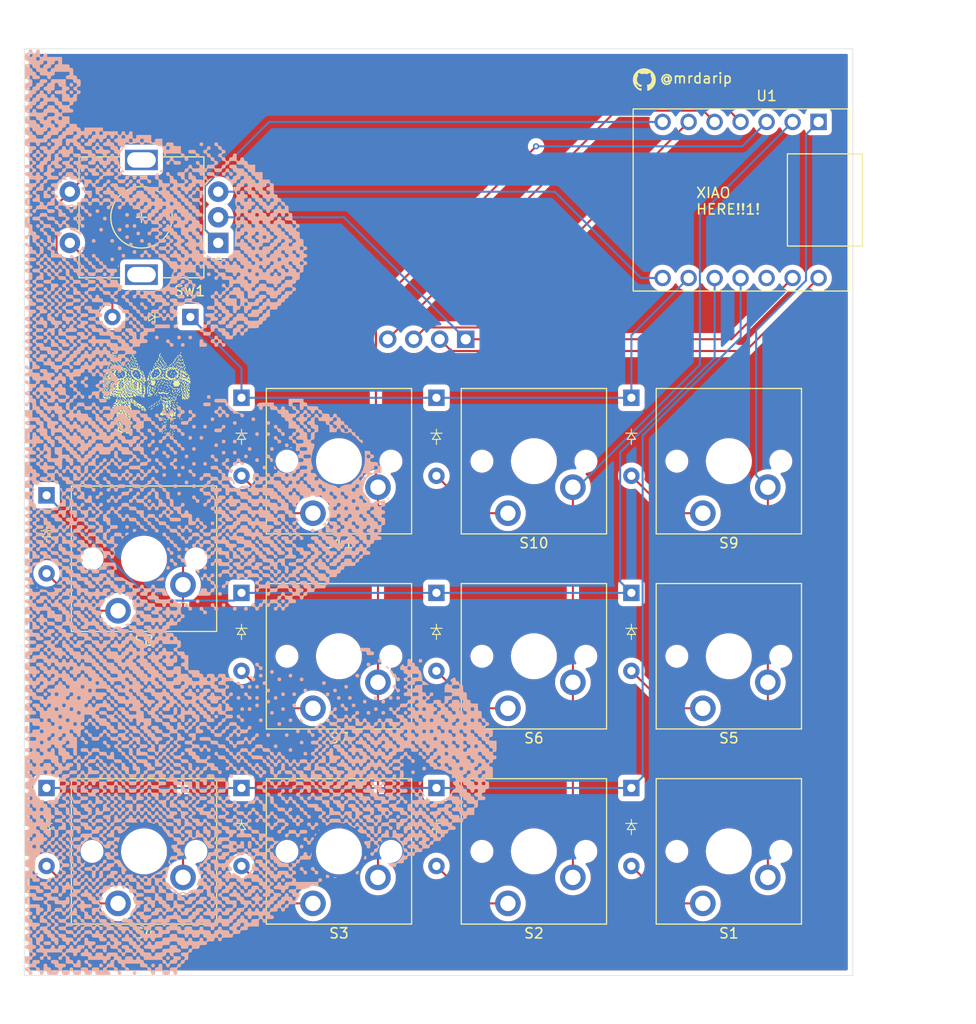
<source format=kicad_pcb>
(kicad_pcb (version 20240108) (generator "pcbnew") (generator_version "8.0")
  (layers (0 "F.Cu" signal) (31 "B.Cu" signal) (34 "B.Paste" user) (35 "F.Paste" user) (36 "B.SilkS" user "B.Silkscreen") (37 "F.SilkS" user "F.Silkscreen") (38 "B.Mask" user) (39 "F.Mask" user) (44 "Edge.Cuts" user))
  (net 0 "")
  (net 1 "Row 0")
  (net 2 "Net-(D1-A)")
  (net 3 "Net-(D2-A)")
  (net 4 "Net-(D3-A)")
  (net 5 "Row 1")
  (net 6 "Net-(D4-A)")
  (net 7 "Net-(D5-A)")
  (net 8 "Net-(D6-A)")
  (net 9 "Net-(D7-A)")
  (net 10 "Row 2")
  (net 11 "Net-(D8-A)")
  (net 12 "Net-(D9-A)")
  (net 13 "Net-(D10-A)")
  (net 14 "Net-(D11-A)")
  (net 15 "Net-(D12-A)")
  (net 16 "GND")
  (net 17 "SDA")
  (net 18 "+5V")
  (net 19 "SCL")
  (net 20 "Col 0")
  (net 21 "Col 1")
  (net 22 "Col 2")
  (net 23 "Col 3")
  (net 24 "Rot B")
  (net 25 "Rot A")
  (net 26 "+3.3V")
  (footprint "LOGO" (layer "F.Cu") (at 61.9125 54.76875)
    (property "Reference" "G***" (hide yes))
    (property "Value" "LOGO" (hide yes))
  )
  (footprint "ScottoKeebs_Components:Diode_DO-35" (layer "F.Cu") (at 109.325 74.55875 -90)
    (property "Reference" "D5" (hide yes))
    (property "Value" "Diode" (hide yes))
    (pad "1" thru_hole rect (at 0 0 270) (size 1.6 1.6) (drill 0.8) (layers "*.Cu" "*.Mask") (net 5 "Row 1"))
    (pad "2" thru_hole oval (at 7.62 0 270) (size 1.6 1.6) (drill 0.8) (layers "*.Cu" "*.Mask") (net 7 "Net-(D5-A)"))
  )
  (footprint "ScottoKeebs_Components:OLED_128x64" (layer "F.Cu") (at 89.3225 49.79375 180)
    (property "Reference" "J1" (hide yes))
    (property "Value" "OLED_128x64")
    (pad "1" thru_hole rect (at -3.81 0 270) (size 1.7 1.7) (drill 1) (layers "*.Cu" "*.Mask") (net 16 "GND"))
    (pad "2" thru_hole oval (at -1.27 0 270) (size 1.7 1.7) (drill 1) (layers "*.Cu" "*.Mask") (net 18 "+5V"))
    (pad "3" thru_hole oval (at 1.27 0 270) (size 1.7 1.7) (drill 1) (layers "*.Cu" "*.Mask") (net 19 "SCL"))
    (pad "4" thru_hole oval (at 3.81 0 270) (size 1.7 1.7) (drill 1) (layers "*.Cu" "*.Mask") (net 17 "SDA"))
  )
  (footprint "LOGO" (layer "F.Cu") (at 110.5916 24.4348)
    (property "Reference" "G***" (hide yes))
    (property "Value" "LOGO" (hide yes))
  )
  (footprint "ScottoKeebs_MX:MX_PCB_1.00u" (layer "F.Cu") (at 99.8 99.8 180)
    (property "Reference" "S2" (at 0 -8 0) (layer "F.SilkS"))
    (property "Value" "Keyswitch")
    (pad "" np_thru_hole circle (at -5.08 0 180) (size 1.75 1.75) (drill 1.75) (layers "*.Cu" "*.Mask"))
    (pad "" np_thru_hole circle (at 0 0 180) (size 4 4) (drill 4) (layers "*.Cu" "*.Mask"))
    (pad "" np_thru_hole circle (at 5.08 0 180) (size 1.75 1.75) (drill 1.75) (layers "*.Cu" "*.Mask"))
    (pad "1" thru_hole circle (at -3.81 -2.54 180) (size 2.5 2.5) (drill 1.5) (layers "*.Cu" "*.Mask") (net 21 "Col 1"))
    (pad "2" thru_hole circle (at 2.54 -5.08 180) (size 2.5 2.5) (drill 1.5) (layers "*.Cu" "*.Mask") (net 3 "Net-(D2-A)"))
  )
  (footprint "ScottoKeebs_MX:MX_PCB_1.00u" (layer "F.Cu") (at 118.85 61.7 180)
    (property "Reference" "S9" (at 0 -8 0) (layer "F.SilkS"))
    (property "Value" "Keyswitch")
    (pad "" np_thru_hole circle (at -5.08 0 180) (size 1.75 1.75) (drill 1.75) (layers "*.Cu" "*.Mask"))
    (pad "" np_thru_hole circle (at 0 0 180) (size 4 4) (drill 4) (layers "*.Cu" "*.Mask"))
    (pad "" np_thru_hole circle (at 5.08 0 180) (size 1.75 1.75) (drill 1.75) (layers "*.Cu" "*.Mask"))
    (pad "1" thru_hole circle (at -3.81 -2.54 180) (size 2.5 2.5) (drill 1.5) (layers "*.Cu" "*.Mask") (net 20 "Col 0"))
    (pad "2" thru_hole circle (at 2.54 -5.08 180) (size 2.5 2.5) (drill 1.5) (layers "*.Cu" "*.Mask") (net 12 "Net-(D9-A)"))
  )
  (footprint "ScottoKeebs_Components:Diode_DO-35" (layer "F.Cu") (at 52.175 93.60875 -90)
    (property "Reference" "D4" (hide yes))
    (property "Value" "Diode" (hide yes))
    (pad "1" thru_hole rect (at 0 0 270) (size 1.6 1.6) (drill 0.8) (layers "*.Cu" "*.Mask") (net 1 "Row 0"))
    (pad "2" thru_hole oval (at 7.62 0 270) (size 1.6 1.6) (drill 0.8) (layers "*.Cu" "*.Mask") (net 6 "Net-(D4-A)"))
  )
  (footprint "ScottoKeebs_Components:Diode_DO-35" (layer "F.Cu") (at 109.325 93.60875 -90)
    (property "Reference" "D1" (hide yes))
    (property "Value" "Diode" (hide yes))
    (pad "1" thru_hole rect (at 0 0 270) (size 1.6 1.6) (drill 0.8) (layers "*.Cu" "*.Mask") (net 1 "Row 0"))
    (pad "2" thru_hole oval (at 7.62 0 270) (size 1.6 1.6) (drill 0.8) (layers "*.Cu" "*.Mask") (net 2 "Net-(D1-A)"))
  )
  (footprint "ScottoKeebs_Components:Diode_DO-35" (layer "F.Cu") (at 71.225 74.55875 -90)
    (property "Reference" "D7" (hide yes))
    (property "Value" "Diode" (hide yes))
    (pad "1" thru_hole rect (at 0 0 270) (size 1.6 1.6) (drill 0.8) (layers "*.Cu" "*.Mask") (net 5 "Row 1"))
    (pad "2" thru_hole oval (at 7.62 0 270) (size 1.6 1.6) (drill 0.8) (layers "*.Cu" "*.Mask") (net 9 "Net-(D7-A)"))
  )
  (footprint "ScottoKeebs_MX:MX_PCB_1.00u" (layer "F.Cu") (at 80.75 99.8 180)
    (property "Reference" "S3" (at 0 -8 0) (layer "F.SilkS"))
    (property "Value" "Keyswitch")
    (pad "" np_thru_hole circle (at -5.08 0 180) (size 1.75 1.75) (drill 1.75) (layers "*.Cu" "*.Mask"))
    (pad "" np_thru_hole circle (at 0 0 180) (size 4 4) (drill 4) (layers "*.Cu" "*.Mask"))
    (pad "" np_thru_hole circle (at 5.08 0 180) (size 1.75 1.75) (drill 1.75) (layers "*.Cu" "*.Mask"))
    (pad "1" thru_hole circle (at -3.81 -2.54 180) (size 2.5 2.5) (drill 1.5) (layers "*.Cu" "*.Mask") (net 22 "Col 2"))
    (pad "2" thru_hole circle (at 2.54 -5.08 180) (size 2.5 2.5) (drill 1.5) (layers "*.Cu" "*.Mask") (net 4 "Net-(D3-A)"))
  )
  (footprint "Rotary_Encoder:RotaryEncoder_Alps_EC11E-Switch_Vertical_H20mm" (layer "F.Cu") (at 68.95 40.3875 180)
    (property "Reference" "SW1" (at 2.8 -4.7 0) (layer "F.SilkS"))
    (property "Value" "RotaryEncoder_Switch")
    (pad "A" thru_hole rect (at 0 0 180) (size 2 2) (drill 1) (layers "*.Cu" "*.Mask") (net 25 "Rot A"))
    (pad "B" thru_hole circle (at 0 5 180) (size 2 2) (drill 1) (layers "*.Cu" "*.Mask") (net 24 "Rot B"))
    (pad "C" thru_hole circle (at 0 2.5 180) (size 2 2) (drill 1) (layers "*.Cu" "*.Mask") (net 16 "GND"))
    (pad "MP" thru_hole rect (at 7.5 -3.1 180) (size 3.2 2) (drill oval 2.8 1.5) (layers "*.Cu" "*.Mask"))
    (pad "MP" thru_hole rect (at 7.5 8.1 180) (size 3.2 2) (drill oval 2.8 1.5) (layers "*.Cu" "*.Mask"))
    (pad "S1" thru_hole circle (at 14.5 5 180) (size 2 2) (drill 1) (layers "*.Cu" "*.Mask") (net 23 "Col 3"))
    (pad "S2" thru_hole circle (at 14.5 0 180) (size 2 2) (drill 1) (layers "*.Cu" "*.Mask") (net 15 "Net-(D12-A)"))
  )
  (footprint "ScottoKeebs_Components:Diode_DO-35" (layer "F.Cu") (at 90.275 93.60875 -90)
    (property "Reference" "D2" (hide yes))
    (property "Value" "Diode" (hide yes))
    (pad "1" thru_hole rect (at 0 0 270) (size 1.6 1.6) (drill 0.8) (layers "*.Cu" "*.Mask") (net 1 "Row 0"))
    (pad "2" thru_hole oval (at 7.62 0 270) (size 1.6 1.6) (drill 0.8) (layers "*.Cu" "*.Mask") (net 3 "Net-(D2-A)"))
  )
  (footprint "ScottoKeebs_Components:Diode_DO-35" (layer "F.Cu") (at 90.275 74.55875 -90)
    (property "Reference" "D6" (hide yes))
    (property "Value" "Diode" (hide yes))
    (pad "1" thru_hole rect (at 0 0 270) (size 1.6 1.6) (drill 0.8) (layers "*.Cu" "*.Mask") (net 5 "Row 1"))
    (pad "2" thru_hole oval (at 7.62 0 270) (size 1.6 1.6) (drill 0.8) (layers "*.Cu" "*.Mask") (net 8 "Net-(D6-A)"))
  )
  (footprint "ScottoKeebs_MX:MX_PCB_1.00u" (layer "F.Cu") (at 61.7 71.225 180)
    (property "Reference" "S8" (at 0 -8 0) (layer "F.SilkS"))
    (property "Value" "Keyswitch")
    (pad "" np_thru_hole circle (at -5.08 0 180) (size 1.75 1.75) (drill 1.75) (layers "*.Cu" "*.Mask"))
    (pad "" np_thru_hole circle (at 0 0 180) (size 4 4) (drill 4) (layers "*.Cu" "*.Mask"))
    (pad "" np_thru_hole circle (at 5.08 0 180) (size 1.75 1.75) (drill 1.75) (layers "*.Cu" "*.Mask"))
    (pad "1" thru_hole circle (at -3.81 -2.54 180) (size 2.5 2.5) (drill 1.5) (layers "*.Cu" "*.Mask") (net 23 "Col 3"))
    (pad "2" thru_hole circle (at 2.54 -5.08 180) (size 2.5 2.5) (drill 1.5) (layers "*.Cu" "*.Mask") (net 11 "Net-(D8-A)"))
  )
  (footprint "ScottoKeebs_MX:MX_PCB_1.00u" (layer "F.Cu") (at 99.8 80.75 180)
    (property "Reference" "S6" (at 0 -8 0) (layer "F.SilkS"))
    (property "Value" "Keyswitch")
    (pad "" np_thru_hole circle (at -5.08 0 180) (size 1.75 1.75) (drill 1.75) (layers "*.Cu" "*.Mask"))
    (pad "" np_thru_hole circle (at 0 0 180) (size 4 4) (drill 4) (layers "*.Cu" "*.Mask"))
    (pad "" np_thru_hole circle (at 5.08 0 180) (size 1.75 1.75) (drill 1.75) (layers "*.Cu" "*.Mask"))
    (pad "1" thru_hole circle (at -3.81 -2.54 180) (size 2.5 2.5) (drill 1.5) (layers "*.Cu" "*.Mask") (net 21 "Col 1"))
    (pad "2" thru_hole circle (at 2.54 -5.08 180) (size 2.5 2.5) (drill 1.5) (layers "*.Cu" "*.Mask") (net 8 "Net-(D6-A)"))
  )
  (footprint "ScottoKeebs_Components:Diode_DO-35" (layer "F.Cu") (at 66.225 47.625 180)
    (property "Reference" "D12" (hide yes))
    (property "Value" "Diode" (hide yes))
    (pad "1" thru_hole rect (at 0 0 180) (size 1.6 1.6) (drill 0.8) (layers "*.Cu" "*.Mask") (net 10 "Row 2"))
    (pad "2" thru_hole oval (at 7.62 0 180) (size 1.6 1.6) (drill 0.8) (layers "*.Cu" "*.Mask") (net 15 "Net-(D12-A)"))
  )
  (footprint "ScottoKeebs_MX:MX_PCB_1.00u" (layer "F.Cu") (at 118.85 80.75 180)
    (property "Reference" "S5" (at 0 -8 0) (layer "F.SilkS"))
    (property "Value" "Keyswitch")
    (pad "" np_thru_hole circle (at -5.08 0 180) (size 1.75 1.75) (drill 1.75) (layers "*.Cu" "*.Mask"))
    (pad "" np_thru_hole circle (at 0 0 180) (size 4 4) (drill 4) (layers "*.Cu" "*.Mask"))
    (pad "" np_thru_hole circle (at 5.08 0 180) (size 1.75 1.75) (drill 1.75) (layers "*.Cu" "*.Mask"))
    (pad "1" thru_hole circle (at -3.81 -2.54 180) (size 2.5 2.5) (drill 1.5) (layers "*.Cu" "*.Mask") (net 20 "Col 0"))
    (pad "2" thru_hole circle (at 2.54 -5.08 180) (size 2.5 2.5) (drill 1.5) (layers "*.Cu" "*.Mask") (net 7 "Net-(D5-A)"))
  )
  (footprint "ScottoKeebs_Components:Diode_DO-35" (layer "F.Cu") (at 109.325 55.50875 -90)
    (property "Reference" "D9" (hide yes))
    (property "Value" "Diode" (hide yes))
    (pad "1" thru_hole rect (at 0 0 270) (size 1.6 1.6) (drill 0.8) (layers "*.Cu" "*.Mask") (net 10 "Row 2"))
    (pad "2" thru_hole oval (at 7.62 0 270) (size 1.6 1.6) (drill 0.8) (layers "*.Cu" "*.Mask") (net 12 "Net-(D9-A)"))
  )
  (footprint "ScottoKeebs_MX:MX_PCB_1.00u" (layer "F.Cu") (at 99.8 61.7 180)
    (property "Reference" "S10" (at 0 -8 0) (layer "F.SilkS"))
    (property "Value" "Keyswitch")
    (pad "" np_thru_hole circle (at -5.08 0 180) (size 1.75 1.75) (drill 1.75) (layers "*.Cu" "*.Mask"))
    (pad "" np_thru_hole circle (at 0 0 180) (size 4 4) (drill 4) (layers "*.Cu" "*.Mask"))
    (pad "" np_thru_hole circle (at 5.08 0 180) (size 1.75 1.75) (drill 1.75) (layers "*.Cu" "*.Mask"))
    (pad "1" thru_hole circle (at -3.81 -2.54 180) (size 2.5 2.5) (drill 1.5) (layers "*.Cu" "*.Mask") (net 21 "Col 1"))
    (pad "2" thru_hole circle (at 2.54 -5.08 180) (size 2.5 2.5) (drill 1.5) (layers "*.Cu" "*.Mask") (net 13 "Net-(D10-A)"))
  )
  (footprint "ScottoKeebs_MX:MX_PCB_1.00u" (layer "F.Cu") (at 61.7 99.8 180)
    (property "Reference" "S4" (at 0 -8 0) (layer "F.SilkS"))
    (property "Value" "Keyswitch")
    (pad "" np_thru_hole circle (at -5.08 0 180) (size 1.75 1.75) (drill 1.75) (layers "*.Cu" "*.Mask"))
    (pad "" np_thru_hole circle (at 0 0 180) (size 4 4) (drill 4) (layers "*.Cu" "*.Mask"))
    (pad "" np_thru_hole circle (at 5.08 0 180) (size 1.75 1.75) (drill 1.75) (layers "*.Cu" "*.Mask"))
    (pad "1" thru_hole circle (at -3.81 -2.54 180) (size 2.5 2.5) (drill 1.5) (layers "*.Cu" "*.Mask") (net 23 "Col 3"))
    (pad "2" thru_hole circle (at 2.54 -5.08 180) (size 2.5 2.5) (drill 1.5) (layers "*.Cu" "*.Mask") (net 6 "Net-(D4-A)"))
  )
  (footprint "ScottoKeebs_Components:Diode_DO-35" (layer "F.Cu") (at 71.225 93.60875 -90)
    (property "Reference" "D3" (hide yes))
    (property "Value" "Diode" (hide yes))
    (pad "1" thru_hole rect (at 0 0 270) (size 1.6 1.6) (drill 0.8) (layers "*.Cu" "*.Mask") (net 1 "Row 0"))
    (pad "2" thru_hole oval (at 7.62 0 270) (size 1.6 1.6) (drill 0.8) (layers "*.Cu" "*.Mask") (net 4 "Net-(D3-A)"))
  )
  (footprint "XIAO_PCB:MOUDLE14P-2.54-21X17.8MM" (layer "F.Cu") (at 120 36.195)
    (property "Reference" "U1" (at 2.54 -10.16 0) (layer "F.SilkS"))
    (property "Value" "MOUDLE-SEEEDUINO-XIAO" (hide yes))
    (pad "1" thru_hole rect (at 7.62 -7.62) (size 1.6 1.6) (drill 1) (layers "*.Cu" "*.Mask") (net 20 "Col 0"))
    (pad "2" thru_hole circle (at 5.08 -7.62) (size 1.6 1.6) (drill 1) (layers "*.Cu" "*.Mask") (net 21 "Col 1"))
    (pad "3" thru_hole circle (at 2.54 -7.62) (size 1.6 1.6) (drill 1) (layers "*.Cu" "*.Mask") (net 22 "Col 2"))
    (pad "4" thru_hole circle (at 0 -7.62) (size 1.6 1.6) (drill 1) (layers "*.Cu" "*.Mask") (net 23 "Col 3"))
    (pad "5" thru_hole circle (at -2.54 -7.62) (size 1.6 1.6) (drill 1) (layers "*.Cu" "*.Mask") (net 17 "SDA"))
    (pad "6" thru_hole circle (at -5.08 -7.62) (size 1.6 1.6) (drill 1) (layers "*.Cu" "*.Mask") (net 19 "SCL"))
    (pad "7" thru_hole circle (at -7.62 -7.62) (size 1.6 1.6) (drill 1) (layers "*.Cu" "*.Mask") (net 25 "Rot A"))
    (pad "8" thru_hole circle (at -7.62 7.62) (size 1.6 1.6) (drill 1) (layers "*.Cu" "*.Mask") (net 24 "Rot B"))
    (pad "9" thru_hole circle (at -5.08 7.62) (size 1.6 1.6) (drill 1) (layers "*.Cu" "*.Mask") (net 10 "Row 2"))
    (pad "10" thru_hole circle (at -2.54 7.62) (size 1.6 1.6) (drill 1) (layers "*.Cu" "*.Mask") (net 5 "Row 1"))
    (pad "11" thru_hole circle (at 0 7.62) (size 1.6 1.6) (drill 1) (layers "*.Cu" "*.Mask") (net 1 "Row 0"))
    (pad "12" thru_hole circle (at 2.54 7.62) (size 1.6 1.6) (drill 1) (layers "*.Cu" "*.Mask") (net 26 "+3.3V"))
    (pad "13" thru_hole circle (at 5.08 7.62) (size 1.6 1.6) (drill 1) (layers "*.Cu" "*.Mask") (net 16 "GND"))
    (pad "14" thru_hole circle (at 7.62 7.62) (size 1.6 1.6) (drill 1) (layers "*.Cu" "*.Mask") (net 18 "+5V"))
  )
  (footprint "ScottoKeebs_Components:Diode_DO-35" (layer "F.Cu") (at 71.225 55.50875 -90)
    (property "Reference" "D11" (hide yes))
    (property "Value" "Diode" (hide yes))
    (pad "1" thru_hole rect (at 0 0 270) (size 1.6 1.6) (drill 0.8) (layers "*.Cu" "*.Mask") (net 10 "Row 2"))
    (pad "2" thru_hole oval (at 7.62 0 270) (size 1.6 1.6) (drill 0.8) (layers "*.Cu" "*.Mask") (net 14 "Net-(D11-A)"))
  )
  (footprint "ScottoKeebs_MX:MX_PCB_1.00u" (layer "F.Cu") (at 80.75 80.75 180)
    (property "Reference" "S7" (at 0 -8 0) (layer "F.SilkS"))
    (property "Value" "Keyswitch")
    (pad "" np_thru_hole circle (at -5.08 0 180) (size 1.75 1.75) (drill 1.75) (layers "*.Cu" "*.Mask"))
    (pad "" np_thru_hole circle (at 0 0 180) (size 4 4) (drill 4) (layers "*.Cu" "*.Mask"))
    (pad "" np_thru_hole circle (at 5.08 0 180) (size 1.75 1.75) (drill 1.75) (layers "*.Cu" "*.Mask"))
    (pad "1" thru_hole circle (at -3.81 -2.54 180) (size 2.5 2.5) (drill 1.5) (layers "*.Cu" "*.Mask") (net 22 "Col 2"))
    (pad "2" thru_hole circle (at 2.54 -5.08 180) (size 2.5 2.5) (drill 1.5) (layers "*.Cu" "*.Mask") (net 9 "Net-(D7-A)"))
  )
  (footprint "ScottoKeebs_MX:MX_PCB_1.00u" (layer "F.Cu") (at 118.85 99.8 180)
    (property "Reference" "S1" (at 0 -8 0) (layer "F.SilkS"))
    (property "Value" "Keyswitch")
    (pad "" np_thru_hole circle (at -5.08 0 180) (size 1.75 1.75) (drill 1.75) (layers "*.Cu" "*.Mask"))
    (pad "" np_thru_hole circle (at 0 0 180) (size 4 4) (drill 4) (layers "*.Cu" "*.Mask"))
    (pad "" np_thru_hole circle (at 5.08 0 180) (size 1.75 1.75) (drill 1.75) (layers "*.Cu" "*.Mask"))
    (pad "1" thru_hole circle (at -3.81 -2.54 180) (size 2.5 2.5) (drill 1.5) (layers "*.Cu" "*.Mask") (net 20 "Col 0"))
    (pad "2" thru_hole circle (at 2.54 -5.08 180) (size 2.5 2.5) (drill 1.5) (layers "*.Cu" "*.Mask") (net 2 "Net-(D1-A)"))
  )
  (footprint "ScottoKeebs_MX:MX_PCB_1.00u" (layer "F.Cu") (at 80.75 61.7 180)
    (property "Reference" "S11" (at 0 -8 0) (layer "F.SilkS"))
    (property "Value" "Keyswitch")
    (pad "" np_thru_hole circle (at -5.08 0 180) (size 1.75 1.75) (drill 1.75) (layers "*.Cu" "*.Mask"))
    (pad "" np_thru_hole circle (at 0 0 180) (size 4 4) (drill 4) (layers "*.Cu" "*.Mask"))
    (pad "" np_thru_hole circle (at 5.08 0 180) (size 1.75 1.75) (drill 1.75) (layers "*.Cu" "*.Mask"))
    (pad "1" thru_hole circle (at -3.81 -2.54 180) (size 2.5 2.5) (drill 1.5) (layers "*.Cu" "*.Mask") (net 22 "Col 2"))
    (pad "2" thru_hole circle (at 2.54 -5.08 180) (size 2.5 2.5) (drill 1.5) (layers "*.Cu" "*.Mask") (net 14 "Net-(D11-A)"))
  )
  (footprint "ScottoKeebs_Components:Diode_DO-35" (layer "F.Cu") (at 52.175 65.03375 -90)
    (property "Reference" "D8" (hide yes))
    (property "Value" "Diode" (hide yes))
    (pad "1" thru_hole rect (at 0 0 270) (size 1.6 1.6) (drill 0.8) (layers "*.Cu" "*.Mask") (net 5 "Row 1"))
    (pad "2" thru_hole oval (at 7.62 0 270) (size 1.6 1.6) (drill 0.8) (layers "*.Cu" "*.Mask") (net 11 "Net-(D8-A)"))
  )
  (footprint "ScottoKeebs_Components:Diode_DO-35" (layer "F.Cu") (at 90.275 55.50875 -90)
    (property "Reference" "D10" (hide yes))
    (property "Value" "Diode" (hide yes))
    (pad "1" thru_hole rect (at 0 0 270) (size 1.6 1.6) (drill 0.8) (layers "*.Cu" "*.Mask") (net 10 "Row 2"))
    (pad "2" thru_hole oval (at 7.62 0 270) (size 1.6 1.6) (drill 0.8) (layers "*.Cu" "*.Mask") (net 13 "Net-(D10-A)"))
  )
  (footprint "LOGO" (layer "B.Cu") (at 73.29 66.495 90)
    (property "Reference" "G***" (hide yes))
    (property "Value" "LOGO" (hide yes))
  )
  (gr_rect (start 50.00625 21.43125) (end 130.96875 111.91875) (stroke (width 0.05)) (fill none) (layer "Edge.Cuts"))
  (gr_text "XIAO\nHERE!!1!" (at 115.57 37.6936 0) (layer "F.SilkS") (effects (font (size 1 1)) (justify left bottom)))
  (gr_text "@mrdarip" (at 112.014 24.892 0) (layer "F.SilkS") (effects (font (size 1 1)) (justify left bottom)))
  (segment (start 120 49.634436) (end 120 43.815) (width 0.2) (layer "B.Cu") (net 1))
  (segment (start 109.325 93.60875) (end 110.425 92.50875) (width 0.2) (layer "B.Cu") (net 1))
  (segment (start 110.425 92.50875) (end 110.425 59.209436) (width 0.2) (layer "B.Cu") (net 1))
  (segment (start 110.425 59.209436) (end 120 49.634436) (width 0.2) (layer "B.Cu") (net 1))
  (segment (start 109.325 93.60875) (end 52.175 93.60875) (width 0.2) (layer "B.Cu") (net 1))
  (segment (start 116.31 104.88) (end 112.97625 104.88) (width 0.2) (layer "F.Cu") (net 2))
  (segment (start 112.97625 104.88) (end 109.325 101.22875) (width 0.2) (layer "F.Cu") (net 2))
  (segment (start 97.26 104.88) (end 93.92625 104.88) (width 0.2) (layer "F.Cu") (net 3))
  (segment (start 93.92625 104.88) (end 90.275 101.22875) (width 0.2) (layer "F.Cu") (net 3))
  (segment (start 78.21 104.88) (end 74.87625 104.88) (width 0.2) (layer "F.Cu") (net 4))
  (segment (start 74.87625 104.88) (end 71.225 101.22875) (width 0.2) (layer "F.Cu") (net 4))
  (segment (start 108.225 60.84375) (end 117.46 51.60875) (width 0.2) (layer "B.Cu") (net 5))
  (segment (start 62.45625 75.315) (end 52.175 65.03375) (width 0.2) (layer "B.Cu") (net 5))
  (segment (start 117.46 51.60875) (end 117.46 43.815) (width 0.2) (layer "B.Cu") (net 5))
  (segment (start 108.225 73.45875) (end 108.225 60.84375) (width 0.2) (layer "B.Cu") (net 5))
  (segment (start 70.46875 75.315) (end 62.45625 75.315) (width 0.2) (layer "B.Cu") (net 5))
  (segment (start 109.325 74.55875) (end 71.225 74.55875) (width 0.2) (layer "B.Cu") (net 5))
  (segment (start 71.225 74.55875) (end 70.46875 75.315) (width 0.2) (layer "B.Cu") (net 5))
  (segment (start 109.325 74.55875) (end 108.225 73.45875) (width 0.2) (layer "B.Cu") (net 5))
  (segment (start 59.16 104.88) (end 55.82625 104.88) (width 0.2) (layer "F.Cu") (net 6))
  (segment (start 55.82625 104.88) (end 52.175 101.22875) (width 0.2) (layer "F.Cu") (net 6))
  (segment (start 116.31 85.83) (end 112.97625 85.83) (width 0.2) (layer "F.Cu") (net 7))
  (segment (start 112.97625 85.83) (end 109.325 82.17875) (width 0.2) (layer "F.Cu") (net 7))
  (segment (start 93.92625 85.83) (end 90.275 82.17875) (width 0.2) (layer "F.Cu") (net 8))
  (segment (start 97.26 85.83) (end 93.92625 85.83) (width 0.2) (layer "F.Cu") (net 8))
  (segment (start 78.21 85.83) (end 74.87625 85.83) (width 0.2) (layer "F.Cu") (net 9))
  (segment (start 74.87625 85.83) (end 71.225 82.17875) (width 0.2) (layer "F.Cu") (net 9))
  (segment (start 71.225 55.50875) (end 71.225 52.625) (width 0.2) (layer "B.Cu") (net 10))
  (segment (start 90.275 55.50875) (end 71.225 55.50875) (width 0.2) (layer "B.Cu") (net 10))
  (segment (start 109.325 55.50875) (end 90.275 55.50875) (width 0.2) (layer "B.Cu") (net 10))
  (segment (start 109.325 55.50875) (end 109.325 49.41) (width 0.2) (layer "B.Cu") (net 10))
  (segment (start 109.325 49.41) (end 114.92 43.815) (width 0.2) (layer "B.Cu") (net 10))
  (segment (start 71.225 52.625) (end 66.225 47.625) (width 0.2) (layer "B.Cu") (net 10))
  (segment (start 55.82625 76.305) (end 52.175 72.65375) (width 0.2) (layer "F.Cu") (net 11))
  (segment (start 59.16 76.305) (end 55.82625 76.305) (width 0.2) (layer "F.Cu") (net 11))
  (segment (start 112.97625 66.78) (end 109.325 63.12875) (width 0.2) (layer "F.Cu") (net 12))
  (segment (start 116.31 66.78) (end 112.97625 66.78) (width 0.2) (layer "F.Cu") (net 12))
  (segment (start 93.92625 66.78) (end 90.275 63.12875) (width 0.2) (layer "F.Cu") (net 13))
  (segment (start 97.26 66.78) (end 93.92625 66.78) (width 0.2) (layer "F.Cu") (net 13))
  (segment (start 74.87625 66.78) (end 71.225 63.12875) (width 0.2) (layer "F.Cu") (net 14))
  (segment (start 78.21 66.78) (end 74.87625 66.78) (width 0.2) (layer "F.Cu") (net 14))
  (segment (start 58.605 44.5425) (end 54.45 40.3875) (width 0.2) (layer "F.Cu") (net 15))
  (segment (start 58.605 47.625) (end 58.605 44.5425) (width 0.2) (layer "F.Cu") (net 15))
  (segment (start 119.10125 49.79375) (end 125.08 43.815) (width 0.2) (layer "F.Cu") (net 16))
  (segment (start 93.1325 49.79375) (end 119.10125 49.79375) (width 0.2) (layer "F.Cu") (net 16))
  (segment (start 81.22625 37.8875) (end 93.1325 49.79375) (width 0.2) (layer "B.Cu") (net 16))
  (segment (start 68.95 37.8875) (end 81.22625 37.8875) (width 0.2) (layer "B.Cu") (net 16))
  (segment (start 116.36 27.475) (end 117.46 28.575) (width 0.2) (layer "F.Cu") (net 17))
  (segment (start 107.83125 27.475) (end 116.36 27.475) (width 0.2) (layer "F.Cu") (net 17))
  (segment (start 85.5125 49.79375) (end 107.83125 27.475) (width 0.2) (layer "F.Cu") (net 17))
  (segment (start 120.49125 50.94375) (end 127.62 43.815) (width 0.2) (layer "F.Cu") (net 18))
  (segment (start 90.5925 49.79375) (end 91.7425 50.94375) (width 0.2) (layer "F.Cu") (net 18))
  (segment (start 91.7425 50.94375) (end 120.49125 50.94375) (width 0.2) (layer "F.Cu") (net 18))
  (segment (start 90.5925 49.79375) (end 90.5925 50.11125) (width 0.2) (layer "B.Cu") (net 18))
  (segment (start 89.2025 48.64375) (end 94.85125 48.64375) (width 0.2) (layer "F.Cu") (net 19))
  (segment (start 94.85125 48.64375) (end 114.92 28.575) (width 0.2) (layer "F.Cu") (net 19))
  (segment (start 88.0525 49.79375) (end 89.2025 48.64375) (width 0.2) (layer "F.Cu") (net 19))
  (segment (start 122.66 64.24) (end 121.86 63.44) (width 0.2) (layer "F.Cu") (net 20))
  (segment (start 122.66 102.34) (end 122.66 64.24) (width 0.2) (layer "F.Cu") (net 20))
  (segment (start 121.52 63.1) (end 121.52 48.930635) (width 0.2) (layer "B.Cu") (net 20))
  (segment (start 121.52 48.930635) (end 126.3904 44.060235) (width 0.2) (layer "B.Cu") (net 20))
  (segment (start 126.3904 44.060235) (end 126.3904 29.8046) (width 0.2) (layer "B.Cu") (net 20))
  (segment (start 122.66 64.24) (end 121.52 63.1) (width 0.2) (layer "B.Cu") (net 20))
  (segment (start 126.3904 29.8046) (end 127.62 28.575) (width 0.2) (layer "B.Cu") (net 20))
  (segment (start 103.61 64.24) (end 103.61 83.29) (width 0.2) (layer "F.Cu") (net 21))
  (segment (start 103.61 102.34) (end 103.61 83.29) (width 0.2) (layer "F.Cu") (net 21))
  (segment (start 116.02 37.635) (end 125.08 28.575) (width 0.2) (layer "B.Cu") (net 21))
  (segment (start 116.02 52.292412) (end 116.02 37.635) (width 0.2) (layer "B.Cu") (net 21))
  (segment (start 104.072412 64.24) (end 116.02 52.292412) (width 0.2) (layer "B.Cu") (net 21))
  (segment (start 103.61 64.24) (end 104.072412 64.24) (width 0.2) (layer "B.Cu") (net 21))
  (segment (start 84.3625 46.60625) (end 100.0125 30.95625) (width 0.2) (layer "F.Cu") (net 22))
  (segment (start 84.56 64.24) (end 84.3625 64.0425) (width 0.2) (layer "F.Cu") (net 22))
  (segment (start 84.56 83.29) (end 84.56 64.24) (width 0.2) (layer "F.Cu") (net 22))
  (segment (start 84.3625 64.0425) (end 84.3625 46.60625) (width 0.2) (layer "F.Cu") (net 22))
  (segment (start 84.56 102.34) (end 84.56 83.29) (width 0.2) (layer "F.Cu") (net 22))
  (via (at 100.0125 30.95625) (size 0.6) (drill 0.3) (layers "F.Cu" "B.Cu") (net 22))
  (segment (start 100.0125 30.95625) (end 120.15875 30.95625) (width 0.2) (layer "B.Cu") (net 22))
  (segment (start 120.15875 30.95625) (end 122.54 28.575) (width 0.2) (layer "B.Cu") (net 22))
  (segment (start 65.51 67.89125) (end 65.51 73.765) (width 0.2) (layer "F.Cu") (net 23))
  (segment (start 54.45 35.3875) (end 62.7625 27.075) (width 0.2) (layer "F.Cu") (net 23))
  (segment (start 54.45 35.3875) (end 53.15 36.6875) (width 0.2) (layer "F.Cu") (net 23))
  (segment (start 62.7625 27.075) (end 118.5 27.075) (width 0.2) (layer "F.Cu") (net 23))
  (segment (start 53.15 55.53125) (end 65.51 67.89125) (width 0.2) (layer "F.Cu") (net 23))
  (segment (start 53.15 36.6875) (end 53.15 55.53125) (width 0.2) (layer "F.Cu") (net 23))
  (segment (start 118.5 27.075) (end 120 28.575) (width 0.2) (layer "F.Cu") (net 23))
  (segment (start 65.51 102.34) (end 65.51 73.765) (width 0.2) (layer "F.Cu") (net 23))
  (segment (start 110.26 43.815) (end 112.38 43.815) (width 0.2) (layer "B.Cu") (net 24))
  (segment (start 101.8325 35.3875) (end 110.26 43.815) (width 0.2) (layer "B.Cu") (net 24))
  (segment (start 68.95 35.3875) (end 101.8325 35.3875) (width 0.2) (layer "B.Cu") (net 24))
  (segment (start 67.65 34.849022) (end 73.924022 28.575) (width 0.2) (layer "B.Cu") (net 25))
  (segment (start 67.65 39.0875) (end 67.65 34.849022) (width 0.2) (layer "B.Cu") (net 25))
  (segment (start 68.95 40.3875) (end 67.65 39.0875) (width 0.2) (layer "B.Cu") (net 25))
  (segment (start 73.924022 28.575) (end 112.38 28.575) (width 0.2) (layer "B.Cu") (net 25))
  (zone (net 0) (net_name "") (layers "F&B.Cu") (connect_pads (clearance 0.5)) (min_thickness 0.25) (fill yes (thermal_gap 0.5) (thermal_bridge_width 0.5) (island_removal_mode 1) (island_area_min 10))
    (polygon (pts (xy 143.002 18.9992) (xy 140.49375 116.68125) (xy 47.625 116.68125) (xy 47.625 16.66875)))
  )
)
</source>
